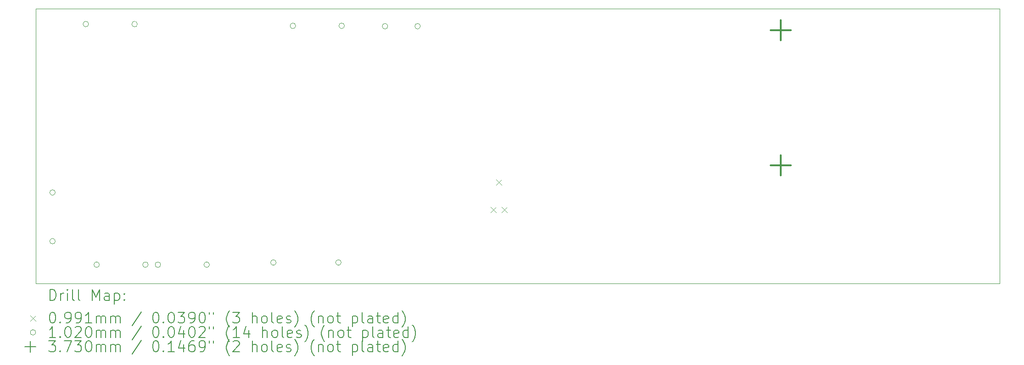
<source format=gbr>
%TF.GenerationSoftware,KiCad,Pcbnew,7.0.10*%
%TF.CreationDate,2024-07-22T15:52:14-07:00*%
%TF.ProjectId,LCP_Controller,4c43505f-436f-46e7-9472-6f6c6c65722e,rev?*%
%TF.SameCoordinates,Original*%
%TF.FileFunction,Drillmap*%
%TF.FilePolarity,Positive*%
%FSLAX45Y45*%
G04 Gerber Fmt 4.5, Leading zero omitted, Abs format (unit mm)*
G04 Created by KiCad (PCBNEW 7.0.10) date 2024-07-22 15:52:14*
%MOMM*%
%LPD*%
G01*
G04 APERTURE LIST*
%ADD10C,0.050000*%
%ADD11C,0.200000*%
%ADD12C,0.100000*%
%ADD13C,0.102000*%
%ADD14C,0.373000*%
G04 APERTURE END LIST*
D10*
X12700000Y-13970000D02*
X30480000Y-13970000D01*
X12700000Y-8890000D02*
X12700000Y-13970000D01*
X30480000Y-8890000D02*
X12700000Y-8890000D01*
X30480000Y-13970000D02*
X30480000Y-8890000D01*
D11*
D12*
X21088350Y-12559030D02*
X21187410Y-12658090D01*
X21187410Y-12559030D02*
X21088350Y-12658090D01*
X21189950Y-12051030D02*
X21289010Y-12150090D01*
X21289010Y-12051030D02*
X21189950Y-12150090D01*
X21291550Y-12559030D02*
X21390610Y-12658090D01*
X21390610Y-12559030D02*
X21291550Y-12658090D01*
D13*
X13057000Y-12290000D02*
G75*
G03*
X12955000Y-12290000I-51000J0D01*
G01*
X12955000Y-12290000D02*
G75*
G03*
X13057000Y-12290000I51000J0D01*
G01*
X13057000Y-13190000D02*
G75*
G03*
X12955000Y-13190000I-51000J0D01*
G01*
X12955000Y-13190000D02*
G75*
G03*
X13057000Y-13190000I51000J0D01*
G01*
X13671000Y-9176000D02*
G75*
G03*
X13569000Y-9176000I-51000J0D01*
G01*
X13569000Y-9176000D02*
G75*
G03*
X13671000Y-9176000I51000J0D01*
G01*
X13871000Y-13624000D02*
G75*
G03*
X13769000Y-13624000I-51000J0D01*
G01*
X13769000Y-13624000D02*
G75*
G03*
X13871000Y-13624000I51000J0D01*
G01*
X14571000Y-9176000D02*
G75*
G03*
X14469000Y-9176000I-51000J0D01*
G01*
X14469000Y-9176000D02*
G75*
G03*
X14571000Y-9176000I51000J0D01*
G01*
X14771000Y-13624000D02*
G75*
G03*
X14669000Y-13624000I-51000J0D01*
G01*
X14669000Y-13624000D02*
G75*
G03*
X14771000Y-13624000I51000J0D01*
G01*
X15001000Y-13624000D02*
G75*
G03*
X14899000Y-13624000I-51000J0D01*
G01*
X14899000Y-13624000D02*
G75*
G03*
X15001000Y-13624000I51000J0D01*
G01*
X15901000Y-13624000D02*
G75*
G03*
X15799000Y-13624000I-51000J0D01*
G01*
X15799000Y-13624000D02*
G75*
G03*
X15901000Y-13624000I51000J0D01*
G01*
X17131000Y-13584000D02*
G75*
G03*
X17029000Y-13584000I-51000J0D01*
G01*
X17029000Y-13584000D02*
G75*
G03*
X17131000Y-13584000I51000J0D01*
G01*
X17491000Y-9208000D02*
G75*
G03*
X17389000Y-9208000I-51000J0D01*
G01*
X17389000Y-9208000D02*
G75*
G03*
X17491000Y-9208000I51000J0D01*
G01*
X18331000Y-13584000D02*
G75*
G03*
X18229000Y-13584000I-51000J0D01*
G01*
X18229000Y-13584000D02*
G75*
G03*
X18331000Y-13584000I51000J0D01*
G01*
X18391000Y-9208000D02*
G75*
G03*
X18289000Y-9208000I-51000J0D01*
G01*
X18289000Y-9208000D02*
G75*
G03*
X18391000Y-9208000I51000J0D01*
G01*
X19191000Y-9216000D02*
G75*
G03*
X19089000Y-9216000I-51000J0D01*
G01*
X19089000Y-9216000D02*
G75*
G03*
X19191000Y-9216000I51000J0D01*
G01*
X19791000Y-9216000D02*
G75*
G03*
X19689000Y-9216000I-51000J0D01*
G01*
X19689000Y-9216000D02*
G75*
G03*
X19791000Y-9216000I51000J0D01*
G01*
D14*
X26438500Y-9103500D02*
X26438500Y-9476500D01*
X26252000Y-9290000D02*
X26625000Y-9290000D01*
X26438500Y-11603500D02*
X26438500Y-11976500D01*
X26252000Y-11790000D02*
X26625000Y-11790000D01*
D11*
X12958277Y-14283984D02*
X12958277Y-14083984D01*
X12958277Y-14083984D02*
X13005896Y-14083984D01*
X13005896Y-14083984D02*
X13034467Y-14093508D01*
X13034467Y-14093508D02*
X13053515Y-14112555D01*
X13053515Y-14112555D02*
X13063039Y-14131603D01*
X13063039Y-14131603D02*
X13072562Y-14169698D01*
X13072562Y-14169698D02*
X13072562Y-14198269D01*
X13072562Y-14198269D02*
X13063039Y-14236365D01*
X13063039Y-14236365D02*
X13053515Y-14255412D01*
X13053515Y-14255412D02*
X13034467Y-14274460D01*
X13034467Y-14274460D02*
X13005896Y-14283984D01*
X13005896Y-14283984D02*
X12958277Y-14283984D01*
X13158277Y-14283984D02*
X13158277Y-14150650D01*
X13158277Y-14188746D02*
X13167801Y-14169698D01*
X13167801Y-14169698D02*
X13177324Y-14160174D01*
X13177324Y-14160174D02*
X13196372Y-14150650D01*
X13196372Y-14150650D02*
X13215420Y-14150650D01*
X13282086Y-14283984D02*
X13282086Y-14150650D01*
X13282086Y-14083984D02*
X13272562Y-14093508D01*
X13272562Y-14093508D02*
X13282086Y-14103031D01*
X13282086Y-14103031D02*
X13291610Y-14093508D01*
X13291610Y-14093508D02*
X13282086Y-14083984D01*
X13282086Y-14083984D02*
X13282086Y-14103031D01*
X13405896Y-14283984D02*
X13386848Y-14274460D01*
X13386848Y-14274460D02*
X13377324Y-14255412D01*
X13377324Y-14255412D02*
X13377324Y-14083984D01*
X13510658Y-14283984D02*
X13491610Y-14274460D01*
X13491610Y-14274460D02*
X13482086Y-14255412D01*
X13482086Y-14255412D02*
X13482086Y-14083984D01*
X13739229Y-14283984D02*
X13739229Y-14083984D01*
X13739229Y-14083984D02*
X13805896Y-14226841D01*
X13805896Y-14226841D02*
X13872562Y-14083984D01*
X13872562Y-14083984D02*
X13872562Y-14283984D01*
X14053515Y-14283984D02*
X14053515Y-14179222D01*
X14053515Y-14179222D02*
X14043991Y-14160174D01*
X14043991Y-14160174D02*
X14024943Y-14150650D01*
X14024943Y-14150650D02*
X13986848Y-14150650D01*
X13986848Y-14150650D02*
X13967801Y-14160174D01*
X14053515Y-14274460D02*
X14034467Y-14283984D01*
X14034467Y-14283984D02*
X13986848Y-14283984D01*
X13986848Y-14283984D02*
X13967801Y-14274460D01*
X13967801Y-14274460D02*
X13958277Y-14255412D01*
X13958277Y-14255412D02*
X13958277Y-14236365D01*
X13958277Y-14236365D02*
X13967801Y-14217317D01*
X13967801Y-14217317D02*
X13986848Y-14207793D01*
X13986848Y-14207793D02*
X14034467Y-14207793D01*
X14034467Y-14207793D02*
X14053515Y-14198269D01*
X14148753Y-14150650D02*
X14148753Y-14350650D01*
X14148753Y-14160174D02*
X14167801Y-14150650D01*
X14167801Y-14150650D02*
X14205896Y-14150650D01*
X14205896Y-14150650D02*
X14224943Y-14160174D01*
X14224943Y-14160174D02*
X14234467Y-14169698D01*
X14234467Y-14169698D02*
X14243991Y-14188746D01*
X14243991Y-14188746D02*
X14243991Y-14245888D01*
X14243991Y-14245888D02*
X14234467Y-14264936D01*
X14234467Y-14264936D02*
X14224943Y-14274460D01*
X14224943Y-14274460D02*
X14205896Y-14283984D01*
X14205896Y-14283984D02*
X14167801Y-14283984D01*
X14167801Y-14283984D02*
X14148753Y-14274460D01*
X14329705Y-14264936D02*
X14339229Y-14274460D01*
X14339229Y-14274460D02*
X14329705Y-14283984D01*
X14329705Y-14283984D02*
X14320182Y-14274460D01*
X14320182Y-14274460D02*
X14329705Y-14264936D01*
X14329705Y-14264936D02*
X14329705Y-14283984D01*
X14329705Y-14160174D02*
X14339229Y-14169698D01*
X14339229Y-14169698D02*
X14329705Y-14179222D01*
X14329705Y-14179222D02*
X14320182Y-14169698D01*
X14320182Y-14169698D02*
X14329705Y-14160174D01*
X14329705Y-14160174D02*
X14329705Y-14179222D01*
D12*
X12598440Y-14562970D02*
X12697500Y-14662030D01*
X12697500Y-14562970D02*
X12598440Y-14662030D01*
D11*
X12996372Y-14503984D02*
X13015420Y-14503984D01*
X13015420Y-14503984D02*
X13034467Y-14513508D01*
X13034467Y-14513508D02*
X13043991Y-14523031D01*
X13043991Y-14523031D02*
X13053515Y-14542079D01*
X13053515Y-14542079D02*
X13063039Y-14580174D01*
X13063039Y-14580174D02*
X13063039Y-14627793D01*
X13063039Y-14627793D02*
X13053515Y-14665888D01*
X13053515Y-14665888D02*
X13043991Y-14684936D01*
X13043991Y-14684936D02*
X13034467Y-14694460D01*
X13034467Y-14694460D02*
X13015420Y-14703984D01*
X13015420Y-14703984D02*
X12996372Y-14703984D01*
X12996372Y-14703984D02*
X12977324Y-14694460D01*
X12977324Y-14694460D02*
X12967801Y-14684936D01*
X12967801Y-14684936D02*
X12958277Y-14665888D01*
X12958277Y-14665888D02*
X12948753Y-14627793D01*
X12948753Y-14627793D02*
X12948753Y-14580174D01*
X12948753Y-14580174D02*
X12958277Y-14542079D01*
X12958277Y-14542079D02*
X12967801Y-14523031D01*
X12967801Y-14523031D02*
X12977324Y-14513508D01*
X12977324Y-14513508D02*
X12996372Y-14503984D01*
X13148753Y-14684936D02*
X13158277Y-14694460D01*
X13158277Y-14694460D02*
X13148753Y-14703984D01*
X13148753Y-14703984D02*
X13139229Y-14694460D01*
X13139229Y-14694460D02*
X13148753Y-14684936D01*
X13148753Y-14684936D02*
X13148753Y-14703984D01*
X13253515Y-14703984D02*
X13291610Y-14703984D01*
X13291610Y-14703984D02*
X13310658Y-14694460D01*
X13310658Y-14694460D02*
X13320182Y-14684936D01*
X13320182Y-14684936D02*
X13339229Y-14656365D01*
X13339229Y-14656365D02*
X13348753Y-14618269D01*
X13348753Y-14618269D02*
X13348753Y-14542079D01*
X13348753Y-14542079D02*
X13339229Y-14523031D01*
X13339229Y-14523031D02*
X13329705Y-14513508D01*
X13329705Y-14513508D02*
X13310658Y-14503984D01*
X13310658Y-14503984D02*
X13272562Y-14503984D01*
X13272562Y-14503984D02*
X13253515Y-14513508D01*
X13253515Y-14513508D02*
X13243991Y-14523031D01*
X13243991Y-14523031D02*
X13234467Y-14542079D01*
X13234467Y-14542079D02*
X13234467Y-14589698D01*
X13234467Y-14589698D02*
X13243991Y-14608746D01*
X13243991Y-14608746D02*
X13253515Y-14618269D01*
X13253515Y-14618269D02*
X13272562Y-14627793D01*
X13272562Y-14627793D02*
X13310658Y-14627793D01*
X13310658Y-14627793D02*
X13329705Y-14618269D01*
X13329705Y-14618269D02*
X13339229Y-14608746D01*
X13339229Y-14608746D02*
X13348753Y-14589698D01*
X13443991Y-14703984D02*
X13482086Y-14703984D01*
X13482086Y-14703984D02*
X13501134Y-14694460D01*
X13501134Y-14694460D02*
X13510658Y-14684936D01*
X13510658Y-14684936D02*
X13529705Y-14656365D01*
X13529705Y-14656365D02*
X13539229Y-14618269D01*
X13539229Y-14618269D02*
X13539229Y-14542079D01*
X13539229Y-14542079D02*
X13529705Y-14523031D01*
X13529705Y-14523031D02*
X13520182Y-14513508D01*
X13520182Y-14513508D02*
X13501134Y-14503984D01*
X13501134Y-14503984D02*
X13463039Y-14503984D01*
X13463039Y-14503984D02*
X13443991Y-14513508D01*
X13443991Y-14513508D02*
X13434467Y-14523031D01*
X13434467Y-14523031D02*
X13424943Y-14542079D01*
X13424943Y-14542079D02*
X13424943Y-14589698D01*
X13424943Y-14589698D02*
X13434467Y-14608746D01*
X13434467Y-14608746D02*
X13443991Y-14618269D01*
X13443991Y-14618269D02*
X13463039Y-14627793D01*
X13463039Y-14627793D02*
X13501134Y-14627793D01*
X13501134Y-14627793D02*
X13520182Y-14618269D01*
X13520182Y-14618269D02*
X13529705Y-14608746D01*
X13529705Y-14608746D02*
X13539229Y-14589698D01*
X13729705Y-14703984D02*
X13615420Y-14703984D01*
X13672562Y-14703984D02*
X13672562Y-14503984D01*
X13672562Y-14503984D02*
X13653515Y-14532555D01*
X13653515Y-14532555D02*
X13634467Y-14551603D01*
X13634467Y-14551603D02*
X13615420Y-14561127D01*
X13815420Y-14703984D02*
X13815420Y-14570650D01*
X13815420Y-14589698D02*
X13824943Y-14580174D01*
X13824943Y-14580174D02*
X13843991Y-14570650D01*
X13843991Y-14570650D02*
X13872563Y-14570650D01*
X13872563Y-14570650D02*
X13891610Y-14580174D01*
X13891610Y-14580174D02*
X13901134Y-14599222D01*
X13901134Y-14599222D02*
X13901134Y-14703984D01*
X13901134Y-14599222D02*
X13910658Y-14580174D01*
X13910658Y-14580174D02*
X13929705Y-14570650D01*
X13929705Y-14570650D02*
X13958277Y-14570650D01*
X13958277Y-14570650D02*
X13977324Y-14580174D01*
X13977324Y-14580174D02*
X13986848Y-14599222D01*
X13986848Y-14599222D02*
X13986848Y-14703984D01*
X14082086Y-14703984D02*
X14082086Y-14570650D01*
X14082086Y-14589698D02*
X14091610Y-14580174D01*
X14091610Y-14580174D02*
X14110658Y-14570650D01*
X14110658Y-14570650D02*
X14139229Y-14570650D01*
X14139229Y-14570650D02*
X14158277Y-14580174D01*
X14158277Y-14580174D02*
X14167801Y-14599222D01*
X14167801Y-14599222D02*
X14167801Y-14703984D01*
X14167801Y-14599222D02*
X14177324Y-14580174D01*
X14177324Y-14580174D02*
X14196372Y-14570650D01*
X14196372Y-14570650D02*
X14224943Y-14570650D01*
X14224943Y-14570650D02*
X14243991Y-14580174D01*
X14243991Y-14580174D02*
X14253515Y-14599222D01*
X14253515Y-14599222D02*
X14253515Y-14703984D01*
X14643991Y-14494460D02*
X14472563Y-14751603D01*
X14901134Y-14503984D02*
X14920182Y-14503984D01*
X14920182Y-14503984D02*
X14939229Y-14513508D01*
X14939229Y-14513508D02*
X14948753Y-14523031D01*
X14948753Y-14523031D02*
X14958277Y-14542079D01*
X14958277Y-14542079D02*
X14967801Y-14580174D01*
X14967801Y-14580174D02*
X14967801Y-14627793D01*
X14967801Y-14627793D02*
X14958277Y-14665888D01*
X14958277Y-14665888D02*
X14948753Y-14684936D01*
X14948753Y-14684936D02*
X14939229Y-14694460D01*
X14939229Y-14694460D02*
X14920182Y-14703984D01*
X14920182Y-14703984D02*
X14901134Y-14703984D01*
X14901134Y-14703984D02*
X14882086Y-14694460D01*
X14882086Y-14694460D02*
X14872563Y-14684936D01*
X14872563Y-14684936D02*
X14863039Y-14665888D01*
X14863039Y-14665888D02*
X14853515Y-14627793D01*
X14853515Y-14627793D02*
X14853515Y-14580174D01*
X14853515Y-14580174D02*
X14863039Y-14542079D01*
X14863039Y-14542079D02*
X14872563Y-14523031D01*
X14872563Y-14523031D02*
X14882086Y-14513508D01*
X14882086Y-14513508D02*
X14901134Y-14503984D01*
X15053515Y-14684936D02*
X15063039Y-14694460D01*
X15063039Y-14694460D02*
X15053515Y-14703984D01*
X15053515Y-14703984D02*
X15043991Y-14694460D01*
X15043991Y-14694460D02*
X15053515Y-14684936D01*
X15053515Y-14684936D02*
X15053515Y-14703984D01*
X15186848Y-14503984D02*
X15205896Y-14503984D01*
X15205896Y-14503984D02*
X15224944Y-14513508D01*
X15224944Y-14513508D02*
X15234467Y-14523031D01*
X15234467Y-14523031D02*
X15243991Y-14542079D01*
X15243991Y-14542079D02*
X15253515Y-14580174D01*
X15253515Y-14580174D02*
X15253515Y-14627793D01*
X15253515Y-14627793D02*
X15243991Y-14665888D01*
X15243991Y-14665888D02*
X15234467Y-14684936D01*
X15234467Y-14684936D02*
X15224944Y-14694460D01*
X15224944Y-14694460D02*
X15205896Y-14703984D01*
X15205896Y-14703984D02*
X15186848Y-14703984D01*
X15186848Y-14703984D02*
X15167801Y-14694460D01*
X15167801Y-14694460D02*
X15158277Y-14684936D01*
X15158277Y-14684936D02*
X15148753Y-14665888D01*
X15148753Y-14665888D02*
X15139229Y-14627793D01*
X15139229Y-14627793D02*
X15139229Y-14580174D01*
X15139229Y-14580174D02*
X15148753Y-14542079D01*
X15148753Y-14542079D02*
X15158277Y-14523031D01*
X15158277Y-14523031D02*
X15167801Y-14513508D01*
X15167801Y-14513508D02*
X15186848Y-14503984D01*
X15320182Y-14503984D02*
X15443991Y-14503984D01*
X15443991Y-14503984D02*
X15377325Y-14580174D01*
X15377325Y-14580174D02*
X15405896Y-14580174D01*
X15405896Y-14580174D02*
X15424944Y-14589698D01*
X15424944Y-14589698D02*
X15434467Y-14599222D01*
X15434467Y-14599222D02*
X15443991Y-14618269D01*
X15443991Y-14618269D02*
X15443991Y-14665888D01*
X15443991Y-14665888D02*
X15434467Y-14684936D01*
X15434467Y-14684936D02*
X15424944Y-14694460D01*
X15424944Y-14694460D02*
X15405896Y-14703984D01*
X15405896Y-14703984D02*
X15348753Y-14703984D01*
X15348753Y-14703984D02*
X15329706Y-14694460D01*
X15329706Y-14694460D02*
X15320182Y-14684936D01*
X15539229Y-14703984D02*
X15577325Y-14703984D01*
X15577325Y-14703984D02*
X15596372Y-14694460D01*
X15596372Y-14694460D02*
X15605896Y-14684936D01*
X15605896Y-14684936D02*
X15624944Y-14656365D01*
X15624944Y-14656365D02*
X15634467Y-14618269D01*
X15634467Y-14618269D02*
X15634467Y-14542079D01*
X15634467Y-14542079D02*
X15624944Y-14523031D01*
X15624944Y-14523031D02*
X15615420Y-14513508D01*
X15615420Y-14513508D02*
X15596372Y-14503984D01*
X15596372Y-14503984D02*
X15558277Y-14503984D01*
X15558277Y-14503984D02*
X15539229Y-14513508D01*
X15539229Y-14513508D02*
X15529706Y-14523031D01*
X15529706Y-14523031D02*
X15520182Y-14542079D01*
X15520182Y-14542079D02*
X15520182Y-14589698D01*
X15520182Y-14589698D02*
X15529706Y-14608746D01*
X15529706Y-14608746D02*
X15539229Y-14618269D01*
X15539229Y-14618269D02*
X15558277Y-14627793D01*
X15558277Y-14627793D02*
X15596372Y-14627793D01*
X15596372Y-14627793D02*
X15615420Y-14618269D01*
X15615420Y-14618269D02*
X15624944Y-14608746D01*
X15624944Y-14608746D02*
X15634467Y-14589698D01*
X15758277Y-14503984D02*
X15777325Y-14503984D01*
X15777325Y-14503984D02*
X15796372Y-14513508D01*
X15796372Y-14513508D02*
X15805896Y-14523031D01*
X15805896Y-14523031D02*
X15815420Y-14542079D01*
X15815420Y-14542079D02*
X15824944Y-14580174D01*
X15824944Y-14580174D02*
X15824944Y-14627793D01*
X15824944Y-14627793D02*
X15815420Y-14665888D01*
X15815420Y-14665888D02*
X15805896Y-14684936D01*
X15805896Y-14684936D02*
X15796372Y-14694460D01*
X15796372Y-14694460D02*
X15777325Y-14703984D01*
X15777325Y-14703984D02*
X15758277Y-14703984D01*
X15758277Y-14703984D02*
X15739229Y-14694460D01*
X15739229Y-14694460D02*
X15729706Y-14684936D01*
X15729706Y-14684936D02*
X15720182Y-14665888D01*
X15720182Y-14665888D02*
X15710658Y-14627793D01*
X15710658Y-14627793D02*
X15710658Y-14580174D01*
X15710658Y-14580174D02*
X15720182Y-14542079D01*
X15720182Y-14542079D02*
X15729706Y-14523031D01*
X15729706Y-14523031D02*
X15739229Y-14513508D01*
X15739229Y-14513508D02*
X15758277Y-14503984D01*
X15901134Y-14503984D02*
X15901134Y-14542079D01*
X15977325Y-14503984D02*
X15977325Y-14542079D01*
X16272563Y-14780174D02*
X16263039Y-14770650D01*
X16263039Y-14770650D02*
X16243991Y-14742079D01*
X16243991Y-14742079D02*
X16234468Y-14723031D01*
X16234468Y-14723031D02*
X16224944Y-14694460D01*
X16224944Y-14694460D02*
X16215420Y-14646841D01*
X16215420Y-14646841D02*
X16215420Y-14608746D01*
X16215420Y-14608746D02*
X16224944Y-14561127D01*
X16224944Y-14561127D02*
X16234468Y-14532555D01*
X16234468Y-14532555D02*
X16243991Y-14513508D01*
X16243991Y-14513508D02*
X16263039Y-14484936D01*
X16263039Y-14484936D02*
X16272563Y-14475412D01*
X16329706Y-14503984D02*
X16453515Y-14503984D01*
X16453515Y-14503984D02*
X16386848Y-14580174D01*
X16386848Y-14580174D02*
X16415420Y-14580174D01*
X16415420Y-14580174D02*
X16434468Y-14589698D01*
X16434468Y-14589698D02*
X16443991Y-14599222D01*
X16443991Y-14599222D02*
X16453515Y-14618269D01*
X16453515Y-14618269D02*
X16453515Y-14665888D01*
X16453515Y-14665888D02*
X16443991Y-14684936D01*
X16443991Y-14684936D02*
X16434468Y-14694460D01*
X16434468Y-14694460D02*
X16415420Y-14703984D01*
X16415420Y-14703984D02*
X16358277Y-14703984D01*
X16358277Y-14703984D02*
X16339229Y-14694460D01*
X16339229Y-14694460D02*
X16329706Y-14684936D01*
X16691610Y-14703984D02*
X16691610Y-14503984D01*
X16777325Y-14703984D02*
X16777325Y-14599222D01*
X16777325Y-14599222D02*
X16767801Y-14580174D01*
X16767801Y-14580174D02*
X16748753Y-14570650D01*
X16748753Y-14570650D02*
X16720182Y-14570650D01*
X16720182Y-14570650D02*
X16701134Y-14580174D01*
X16701134Y-14580174D02*
X16691610Y-14589698D01*
X16901134Y-14703984D02*
X16882087Y-14694460D01*
X16882087Y-14694460D02*
X16872563Y-14684936D01*
X16872563Y-14684936D02*
X16863039Y-14665888D01*
X16863039Y-14665888D02*
X16863039Y-14608746D01*
X16863039Y-14608746D02*
X16872563Y-14589698D01*
X16872563Y-14589698D02*
X16882087Y-14580174D01*
X16882087Y-14580174D02*
X16901134Y-14570650D01*
X16901134Y-14570650D02*
X16929706Y-14570650D01*
X16929706Y-14570650D02*
X16948753Y-14580174D01*
X16948753Y-14580174D02*
X16958277Y-14589698D01*
X16958277Y-14589698D02*
X16967801Y-14608746D01*
X16967801Y-14608746D02*
X16967801Y-14665888D01*
X16967801Y-14665888D02*
X16958277Y-14684936D01*
X16958277Y-14684936D02*
X16948753Y-14694460D01*
X16948753Y-14694460D02*
X16929706Y-14703984D01*
X16929706Y-14703984D02*
X16901134Y-14703984D01*
X17082087Y-14703984D02*
X17063039Y-14694460D01*
X17063039Y-14694460D02*
X17053515Y-14675412D01*
X17053515Y-14675412D02*
X17053515Y-14503984D01*
X17234468Y-14694460D02*
X17215420Y-14703984D01*
X17215420Y-14703984D02*
X17177325Y-14703984D01*
X17177325Y-14703984D02*
X17158277Y-14694460D01*
X17158277Y-14694460D02*
X17148753Y-14675412D01*
X17148753Y-14675412D02*
X17148753Y-14599222D01*
X17148753Y-14599222D02*
X17158277Y-14580174D01*
X17158277Y-14580174D02*
X17177325Y-14570650D01*
X17177325Y-14570650D02*
X17215420Y-14570650D01*
X17215420Y-14570650D02*
X17234468Y-14580174D01*
X17234468Y-14580174D02*
X17243992Y-14599222D01*
X17243992Y-14599222D02*
X17243992Y-14618269D01*
X17243992Y-14618269D02*
X17148753Y-14637317D01*
X17320182Y-14694460D02*
X17339230Y-14703984D01*
X17339230Y-14703984D02*
X17377325Y-14703984D01*
X17377325Y-14703984D02*
X17396373Y-14694460D01*
X17396373Y-14694460D02*
X17405896Y-14675412D01*
X17405896Y-14675412D02*
X17405896Y-14665888D01*
X17405896Y-14665888D02*
X17396373Y-14646841D01*
X17396373Y-14646841D02*
X17377325Y-14637317D01*
X17377325Y-14637317D02*
X17348753Y-14637317D01*
X17348753Y-14637317D02*
X17329706Y-14627793D01*
X17329706Y-14627793D02*
X17320182Y-14608746D01*
X17320182Y-14608746D02*
X17320182Y-14599222D01*
X17320182Y-14599222D02*
X17329706Y-14580174D01*
X17329706Y-14580174D02*
X17348753Y-14570650D01*
X17348753Y-14570650D02*
X17377325Y-14570650D01*
X17377325Y-14570650D02*
X17396373Y-14580174D01*
X17472563Y-14780174D02*
X17482087Y-14770650D01*
X17482087Y-14770650D02*
X17501134Y-14742079D01*
X17501134Y-14742079D02*
X17510658Y-14723031D01*
X17510658Y-14723031D02*
X17520182Y-14694460D01*
X17520182Y-14694460D02*
X17529706Y-14646841D01*
X17529706Y-14646841D02*
X17529706Y-14608746D01*
X17529706Y-14608746D02*
X17520182Y-14561127D01*
X17520182Y-14561127D02*
X17510658Y-14532555D01*
X17510658Y-14532555D02*
X17501134Y-14513508D01*
X17501134Y-14513508D02*
X17482087Y-14484936D01*
X17482087Y-14484936D02*
X17472563Y-14475412D01*
X17834468Y-14780174D02*
X17824944Y-14770650D01*
X17824944Y-14770650D02*
X17805896Y-14742079D01*
X17805896Y-14742079D02*
X17796373Y-14723031D01*
X17796373Y-14723031D02*
X17786849Y-14694460D01*
X17786849Y-14694460D02*
X17777325Y-14646841D01*
X17777325Y-14646841D02*
X17777325Y-14608746D01*
X17777325Y-14608746D02*
X17786849Y-14561127D01*
X17786849Y-14561127D02*
X17796373Y-14532555D01*
X17796373Y-14532555D02*
X17805896Y-14513508D01*
X17805896Y-14513508D02*
X17824944Y-14484936D01*
X17824944Y-14484936D02*
X17834468Y-14475412D01*
X17910658Y-14570650D02*
X17910658Y-14703984D01*
X17910658Y-14589698D02*
X17920182Y-14580174D01*
X17920182Y-14580174D02*
X17939230Y-14570650D01*
X17939230Y-14570650D02*
X17967801Y-14570650D01*
X17967801Y-14570650D02*
X17986849Y-14580174D01*
X17986849Y-14580174D02*
X17996373Y-14599222D01*
X17996373Y-14599222D02*
X17996373Y-14703984D01*
X18120182Y-14703984D02*
X18101134Y-14694460D01*
X18101134Y-14694460D02*
X18091611Y-14684936D01*
X18091611Y-14684936D02*
X18082087Y-14665888D01*
X18082087Y-14665888D02*
X18082087Y-14608746D01*
X18082087Y-14608746D02*
X18091611Y-14589698D01*
X18091611Y-14589698D02*
X18101134Y-14580174D01*
X18101134Y-14580174D02*
X18120182Y-14570650D01*
X18120182Y-14570650D02*
X18148754Y-14570650D01*
X18148754Y-14570650D02*
X18167801Y-14580174D01*
X18167801Y-14580174D02*
X18177325Y-14589698D01*
X18177325Y-14589698D02*
X18186849Y-14608746D01*
X18186849Y-14608746D02*
X18186849Y-14665888D01*
X18186849Y-14665888D02*
X18177325Y-14684936D01*
X18177325Y-14684936D02*
X18167801Y-14694460D01*
X18167801Y-14694460D02*
X18148754Y-14703984D01*
X18148754Y-14703984D02*
X18120182Y-14703984D01*
X18243992Y-14570650D02*
X18320182Y-14570650D01*
X18272563Y-14503984D02*
X18272563Y-14675412D01*
X18272563Y-14675412D02*
X18282087Y-14694460D01*
X18282087Y-14694460D02*
X18301134Y-14703984D01*
X18301134Y-14703984D02*
X18320182Y-14703984D01*
X18539230Y-14570650D02*
X18539230Y-14770650D01*
X18539230Y-14580174D02*
X18558277Y-14570650D01*
X18558277Y-14570650D02*
X18596373Y-14570650D01*
X18596373Y-14570650D02*
X18615420Y-14580174D01*
X18615420Y-14580174D02*
X18624944Y-14589698D01*
X18624944Y-14589698D02*
X18634468Y-14608746D01*
X18634468Y-14608746D02*
X18634468Y-14665888D01*
X18634468Y-14665888D02*
X18624944Y-14684936D01*
X18624944Y-14684936D02*
X18615420Y-14694460D01*
X18615420Y-14694460D02*
X18596373Y-14703984D01*
X18596373Y-14703984D02*
X18558277Y-14703984D01*
X18558277Y-14703984D02*
X18539230Y-14694460D01*
X18748754Y-14703984D02*
X18729706Y-14694460D01*
X18729706Y-14694460D02*
X18720182Y-14675412D01*
X18720182Y-14675412D02*
X18720182Y-14503984D01*
X18910658Y-14703984D02*
X18910658Y-14599222D01*
X18910658Y-14599222D02*
X18901135Y-14580174D01*
X18901135Y-14580174D02*
X18882087Y-14570650D01*
X18882087Y-14570650D02*
X18843992Y-14570650D01*
X18843992Y-14570650D02*
X18824944Y-14580174D01*
X18910658Y-14694460D02*
X18891611Y-14703984D01*
X18891611Y-14703984D02*
X18843992Y-14703984D01*
X18843992Y-14703984D02*
X18824944Y-14694460D01*
X18824944Y-14694460D02*
X18815420Y-14675412D01*
X18815420Y-14675412D02*
X18815420Y-14656365D01*
X18815420Y-14656365D02*
X18824944Y-14637317D01*
X18824944Y-14637317D02*
X18843992Y-14627793D01*
X18843992Y-14627793D02*
X18891611Y-14627793D01*
X18891611Y-14627793D02*
X18910658Y-14618269D01*
X18977325Y-14570650D02*
X19053515Y-14570650D01*
X19005896Y-14503984D02*
X19005896Y-14675412D01*
X19005896Y-14675412D02*
X19015420Y-14694460D01*
X19015420Y-14694460D02*
X19034468Y-14703984D01*
X19034468Y-14703984D02*
X19053515Y-14703984D01*
X19196373Y-14694460D02*
X19177325Y-14703984D01*
X19177325Y-14703984D02*
X19139230Y-14703984D01*
X19139230Y-14703984D02*
X19120182Y-14694460D01*
X19120182Y-14694460D02*
X19110658Y-14675412D01*
X19110658Y-14675412D02*
X19110658Y-14599222D01*
X19110658Y-14599222D02*
X19120182Y-14580174D01*
X19120182Y-14580174D02*
X19139230Y-14570650D01*
X19139230Y-14570650D02*
X19177325Y-14570650D01*
X19177325Y-14570650D02*
X19196373Y-14580174D01*
X19196373Y-14580174D02*
X19205896Y-14599222D01*
X19205896Y-14599222D02*
X19205896Y-14618269D01*
X19205896Y-14618269D02*
X19110658Y-14637317D01*
X19377325Y-14703984D02*
X19377325Y-14503984D01*
X19377325Y-14694460D02*
X19358277Y-14703984D01*
X19358277Y-14703984D02*
X19320182Y-14703984D01*
X19320182Y-14703984D02*
X19301135Y-14694460D01*
X19301135Y-14694460D02*
X19291611Y-14684936D01*
X19291611Y-14684936D02*
X19282087Y-14665888D01*
X19282087Y-14665888D02*
X19282087Y-14608746D01*
X19282087Y-14608746D02*
X19291611Y-14589698D01*
X19291611Y-14589698D02*
X19301135Y-14580174D01*
X19301135Y-14580174D02*
X19320182Y-14570650D01*
X19320182Y-14570650D02*
X19358277Y-14570650D01*
X19358277Y-14570650D02*
X19377325Y-14580174D01*
X19453516Y-14780174D02*
X19463039Y-14770650D01*
X19463039Y-14770650D02*
X19482087Y-14742079D01*
X19482087Y-14742079D02*
X19491611Y-14723031D01*
X19491611Y-14723031D02*
X19501135Y-14694460D01*
X19501135Y-14694460D02*
X19510658Y-14646841D01*
X19510658Y-14646841D02*
X19510658Y-14608746D01*
X19510658Y-14608746D02*
X19501135Y-14561127D01*
X19501135Y-14561127D02*
X19491611Y-14532555D01*
X19491611Y-14532555D02*
X19482087Y-14513508D01*
X19482087Y-14513508D02*
X19463039Y-14484936D01*
X19463039Y-14484936D02*
X19453516Y-14475412D01*
D13*
X12697500Y-14876500D02*
G75*
G03*
X12595500Y-14876500I-51000J0D01*
G01*
X12595500Y-14876500D02*
G75*
G03*
X12697500Y-14876500I51000J0D01*
G01*
D11*
X13063039Y-14967984D02*
X12948753Y-14967984D01*
X13005896Y-14967984D02*
X13005896Y-14767984D01*
X13005896Y-14767984D02*
X12986848Y-14796555D01*
X12986848Y-14796555D02*
X12967801Y-14815603D01*
X12967801Y-14815603D02*
X12948753Y-14825127D01*
X13148753Y-14948936D02*
X13158277Y-14958460D01*
X13158277Y-14958460D02*
X13148753Y-14967984D01*
X13148753Y-14967984D02*
X13139229Y-14958460D01*
X13139229Y-14958460D02*
X13148753Y-14948936D01*
X13148753Y-14948936D02*
X13148753Y-14967984D01*
X13282086Y-14767984D02*
X13301134Y-14767984D01*
X13301134Y-14767984D02*
X13320182Y-14777508D01*
X13320182Y-14777508D02*
X13329705Y-14787031D01*
X13329705Y-14787031D02*
X13339229Y-14806079D01*
X13339229Y-14806079D02*
X13348753Y-14844174D01*
X13348753Y-14844174D02*
X13348753Y-14891793D01*
X13348753Y-14891793D02*
X13339229Y-14929888D01*
X13339229Y-14929888D02*
X13329705Y-14948936D01*
X13329705Y-14948936D02*
X13320182Y-14958460D01*
X13320182Y-14958460D02*
X13301134Y-14967984D01*
X13301134Y-14967984D02*
X13282086Y-14967984D01*
X13282086Y-14967984D02*
X13263039Y-14958460D01*
X13263039Y-14958460D02*
X13253515Y-14948936D01*
X13253515Y-14948936D02*
X13243991Y-14929888D01*
X13243991Y-14929888D02*
X13234467Y-14891793D01*
X13234467Y-14891793D02*
X13234467Y-14844174D01*
X13234467Y-14844174D02*
X13243991Y-14806079D01*
X13243991Y-14806079D02*
X13253515Y-14787031D01*
X13253515Y-14787031D02*
X13263039Y-14777508D01*
X13263039Y-14777508D02*
X13282086Y-14767984D01*
X13424943Y-14787031D02*
X13434467Y-14777508D01*
X13434467Y-14777508D02*
X13453515Y-14767984D01*
X13453515Y-14767984D02*
X13501134Y-14767984D01*
X13501134Y-14767984D02*
X13520182Y-14777508D01*
X13520182Y-14777508D02*
X13529705Y-14787031D01*
X13529705Y-14787031D02*
X13539229Y-14806079D01*
X13539229Y-14806079D02*
X13539229Y-14825127D01*
X13539229Y-14825127D02*
X13529705Y-14853698D01*
X13529705Y-14853698D02*
X13415420Y-14967984D01*
X13415420Y-14967984D02*
X13539229Y-14967984D01*
X13663039Y-14767984D02*
X13682086Y-14767984D01*
X13682086Y-14767984D02*
X13701134Y-14777508D01*
X13701134Y-14777508D02*
X13710658Y-14787031D01*
X13710658Y-14787031D02*
X13720182Y-14806079D01*
X13720182Y-14806079D02*
X13729705Y-14844174D01*
X13729705Y-14844174D02*
X13729705Y-14891793D01*
X13729705Y-14891793D02*
X13720182Y-14929888D01*
X13720182Y-14929888D02*
X13710658Y-14948936D01*
X13710658Y-14948936D02*
X13701134Y-14958460D01*
X13701134Y-14958460D02*
X13682086Y-14967984D01*
X13682086Y-14967984D02*
X13663039Y-14967984D01*
X13663039Y-14967984D02*
X13643991Y-14958460D01*
X13643991Y-14958460D02*
X13634467Y-14948936D01*
X13634467Y-14948936D02*
X13624943Y-14929888D01*
X13624943Y-14929888D02*
X13615420Y-14891793D01*
X13615420Y-14891793D02*
X13615420Y-14844174D01*
X13615420Y-14844174D02*
X13624943Y-14806079D01*
X13624943Y-14806079D02*
X13634467Y-14787031D01*
X13634467Y-14787031D02*
X13643991Y-14777508D01*
X13643991Y-14777508D02*
X13663039Y-14767984D01*
X13815420Y-14967984D02*
X13815420Y-14834650D01*
X13815420Y-14853698D02*
X13824943Y-14844174D01*
X13824943Y-14844174D02*
X13843991Y-14834650D01*
X13843991Y-14834650D02*
X13872563Y-14834650D01*
X13872563Y-14834650D02*
X13891610Y-14844174D01*
X13891610Y-14844174D02*
X13901134Y-14863222D01*
X13901134Y-14863222D02*
X13901134Y-14967984D01*
X13901134Y-14863222D02*
X13910658Y-14844174D01*
X13910658Y-14844174D02*
X13929705Y-14834650D01*
X13929705Y-14834650D02*
X13958277Y-14834650D01*
X13958277Y-14834650D02*
X13977324Y-14844174D01*
X13977324Y-14844174D02*
X13986848Y-14863222D01*
X13986848Y-14863222D02*
X13986848Y-14967984D01*
X14082086Y-14967984D02*
X14082086Y-14834650D01*
X14082086Y-14853698D02*
X14091610Y-14844174D01*
X14091610Y-14844174D02*
X14110658Y-14834650D01*
X14110658Y-14834650D02*
X14139229Y-14834650D01*
X14139229Y-14834650D02*
X14158277Y-14844174D01*
X14158277Y-14844174D02*
X14167801Y-14863222D01*
X14167801Y-14863222D02*
X14167801Y-14967984D01*
X14167801Y-14863222D02*
X14177324Y-14844174D01*
X14177324Y-14844174D02*
X14196372Y-14834650D01*
X14196372Y-14834650D02*
X14224943Y-14834650D01*
X14224943Y-14834650D02*
X14243991Y-14844174D01*
X14243991Y-14844174D02*
X14253515Y-14863222D01*
X14253515Y-14863222D02*
X14253515Y-14967984D01*
X14643991Y-14758460D02*
X14472563Y-15015603D01*
X14901134Y-14767984D02*
X14920182Y-14767984D01*
X14920182Y-14767984D02*
X14939229Y-14777508D01*
X14939229Y-14777508D02*
X14948753Y-14787031D01*
X14948753Y-14787031D02*
X14958277Y-14806079D01*
X14958277Y-14806079D02*
X14967801Y-14844174D01*
X14967801Y-14844174D02*
X14967801Y-14891793D01*
X14967801Y-14891793D02*
X14958277Y-14929888D01*
X14958277Y-14929888D02*
X14948753Y-14948936D01*
X14948753Y-14948936D02*
X14939229Y-14958460D01*
X14939229Y-14958460D02*
X14920182Y-14967984D01*
X14920182Y-14967984D02*
X14901134Y-14967984D01*
X14901134Y-14967984D02*
X14882086Y-14958460D01*
X14882086Y-14958460D02*
X14872563Y-14948936D01*
X14872563Y-14948936D02*
X14863039Y-14929888D01*
X14863039Y-14929888D02*
X14853515Y-14891793D01*
X14853515Y-14891793D02*
X14853515Y-14844174D01*
X14853515Y-14844174D02*
X14863039Y-14806079D01*
X14863039Y-14806079D02*
X14872563Y-14787031D01*
X14872563Y-14787031D02*
X14882086Y-14777508D01*
X14882086Y-14777508D02*
X14901134Y-14767984D01*
X15053515Y-14948936D02*
X15063039Y-14958460D01*
X15063039Y-14958460D02*
X15053515Y-14967984D01*
X15053515Y-14967984D02*
X15043991Y-14958460D01*
X15043991Y-14958460D02*
X15053515Y-14948936D01*
X15053515Y-14948936D02*
X15053515Y-14967984D01*
X15186848Y-14767984D02*
X15205896Y-14767984D01*
X15205896Y-14767984D02*
X15224944Y-14777508D01*
X15224944Y-14777508D02*
X15234467Y-14787031D01*
X15234467Y-14787031D02*
X15243991Y-14806079D01*
X15243991Y-14806079D02*
X15253515Y-14844174D01*
X15253515Y-14844174D02*
X15253515Y-14891793D01*
X15253515Y-14891793D02*
X15243991Y-14929888D01*
X15243991Y-14929888D02*
X15234467Y-14948936D01*
X15234467Y-14948936D02*
X15224944Y-14958460D01*
X15224944Y-14958460D02*
X15205896Y-14967984D01*
X15205896Y-14967984D02*
X15186848Y-14967984D01*
X15186848Y-14967984D02*
X15167801Y-14958460D01*
X15167801Y-14958460D02*
X15158277Y-14948936D01*
X15158277Y-14948936D02*
X15148753Y-14929888D01*
X15148753Y-14929888D02*
X15139229Y-14891793D01*
X15139229Y-14891793D02*
X15139229Y-14844174D01*
X15139229Y-14844174D02*
X15148753Y-14806079D01*
X15148753Y-14806079D02*
X15158277Y-14787031D01*
X15158277Y-14787031D02*
X15167801Y-14777508D01*
X15167801Y-14777508D02*
X15186848Y-14767984D01*
X15424944Y-14834650D02*
X15424944Y-14967984D01*
X15377325Y-14758460D02*
X15329706Y-14901317D01*
X15329706Y-14901317D02*
X15453515Y-14901317D01*
X15567801Y-14767984D02*
X15586848Y-14767984D01*
X15586848Y-14767984D02*
X15605896Y-14777508D01*
X15605896Y-14777508D02*
X15615420Y-14787031D01*
X15615420Y-14787031D02*
X15624944Y-14806079D01*
X15624944Y-14806079D02*
X15634467Y-14844174D01*
X15634467Y-14844174D02*
X15634467Y-14891793D01*
X15634467Y-14891793D02*
X15624944Y-14929888D01*
X15624944Y-14929888D02*
X15615420Y-14948936D01*
X15615420Y-14948936D02*
X15605896Y-14958460D01*
X15605896Y-14958460D02*
X15586848Y-14967984D01*
X15586848Y-14967984D02*
X15567801Y-14967984D01*
X15567801Y-14967984D02*
X15548753Y-14958460D01*
X15548753Y-14958460D02*
X15539229Y-14948936D01*
X15539229Y-14948936D02*
X15529706Y-14929888D01*
X15529706Y-14929888D02*
X15520182Y-14891793D01*
X15520182Y-14891793D02*
X15520182Y-14844174D01*
X15520182Y-14844174D02*
X15529706Y-14806079D01*
X15529706Y-14806079D02*
X15539229Y-14787031D01*
X15539229Y-14787031D02*
X15548753Y-14777508D01*
X15548753Y-14777508D02*
X15567801Y-14767984D01*
X15710658Y-14787031D02*
X15720182Y-14777508D01*
X15720182Y-14777508D02*
X15739229Y-14767984D01*
X15739229Y-14767984D02*
X15786848Y-14767984D01*
X15786848Y-14767984D02*
X15805896Y-14777508D01*
X15805896Y-14777508D02*
X15815420Y-14787031D01*
X15815420Y-14787031D02*
X15824944Y-14806079D01*
X15824944Y-14806079D02*
X15824944Y-14825127D01*
X15824944Y-14825127D02*
X15815420Y-14853698D01*
X15815420Y-14853698D02*
X15701134Y-14967984D01*
X15701134Y-14967984D02*
X15824944Y-14967984D01*
X15901134Y-14767984D02*
X15901134Y-14806079D01*
X15977325Y-14767984D02*
X15977325Y-14806079D01*
X16272563Y-15044174D02*
X16263039Y-15034650D01*
X16263039Y-15034650D02*
X16243991Y-15006079D01*
X16243991Y-15006079D02*
X16234468Y-14987031D01*
X16234468Y-14987031D02*
X16224944Y-14958460D01*
X16224944Y-14958460D02*
X16215420Y-14910841D01*
X16215420Y-14910841D02*
X16215420Y-14872746D01*
X16215420Y-14872746D02*
X16224944Y-14825127D01*
X16224944Y-14825127D02*
X16234468Y-14796555D01*
X16234468Y-14796555D02*
X16243991Y-14777508D01*
X16243991Y-14777508D02*
X16263039Y-14748936D01*
X16263039Y-14748936D02*
X16272563Y-14739412D01*
X16453515Y-14967984D02*
X16339229Y-14967984D01*
X16396372Y-14967984D02*
X16396372Y-14767984D01*
X16396372Y-14767984D02*
X16377325Y-14796555D01*
X16377325Y-14796555D02*
X16358277Y-14815603D01*
X16358277Y-14815603D02*
X16339229Y-14825127D01*
X16624944Y-14834650D02*
X16624944Y-14967984D01*
X16577325Y-14758460D02*
X16529706Y-14901317D01*
X16529706Y-14901317D02*
X16653515Y-14901317D01*
X16882087Y-14967984D02*
X16882087Y-14767984D01*
X16967801Y-14967984D02*
X16967801Y-14863222D01*
X16967801Y-14863222D02*
X16958277Y-14844174D01*
X16958277Y-14844174D02*
X16939230Y-14834650D01*
X16939230Y-14834650D02*
X16910658Y-14834650D01*
X16910658Y-14834650D02*
X16891611Y-14844174D01*
X16891611Y-14844174D02*
X16882087Y-14853698D01*
X17091611Y-14967984D02*
X17072563Y-14958460D01*
X17072563Y-14958460D02*
X17063039Y-14948936D01*
X17063039Y-14948936D02*
X17053515Y-14929888D01*
X17053515Y-14929888D02*
X17053515Y-14872746D01*
X17053515Y-14872746D02*
X17063039Y-14853698D01*
X17063039Y-14853698D02*
X17072563Y-14844174D01*
X17072563Y-14844174D02*
X17091611Y-14834650D01*
X17091611Y-14834650D02*
X17120182Y-14834650D01*
X17120182Y-14834650D02*
X17139230Y-14844174D01*
X17139230Y-14844174D02*
X17148753Y-14853698D01*
X17148753Y-14853698D02*
X17158277Y-14872746D01*
X17158277Y-14872746D02*
X17158277Y-14929888D01*
X17158277Y-14929888D02*
X17148753Y-14948936D01*
X17148753Y-14948936D02*
X17139230Y-14958460D01*
X17139230Y-14958460D02*
X17120182Y-14967984D01*
X17120182Y-14967984D02*
X17091611Y-14967984D01*
X17272563Y-14967984D02*
X17253515Y-14958460D01*
X17253515Y-14958460D02*
X17243992Y-14939412D01*
X17243992Y-14939412D02*
X17243992Y-14767984D01*
X17424944Y-14958460D02*
X17405896Y-14967984D01*
X17405896Y-14967984D02*
X17367801Y-14967984D01*
X17367801Y-14967984D02*
X17348753Y-14958460D01*
X17348753Y-14958460D02*
X17339230Y-14939412D01*
X17339230Y-14939412D02*
X17339230Y-14863222D01*
X17339230Y-14863222D02*
X17348753Y-14844174D01*
X17348753Y-14844174D02*
X17367801Y-14834650D01*
X17367801Y-14834650D02*
X17405896Y-14834650D01*
X17405896Y-14834650D02*
X17424944Y-14844174D01*
X17424944Y-14844174D02*
X17434468Y-14863222D01*
X17434468Y-14863222D02*
X17434468Y-14882269D01*
X17434468Y-14882269D02*
X17339230Y-14901317D01*
X17510658Y-14958460D02*
X17529706Y-14967984D01*
X17529706Y-14967984D02*
X17567801Y-14967984D01*
X17567801Y-14967984D02*
X17586849Y-14958460D01*
X17586849Y-14958460D02*
X17596373Y-14939412D01*
X17596373Y-14939412D02*
X17596373Y-14929888D01*
X17596373Y-14929888D02*
X17586849Y-14910841D01*
X17586849Y-14910841D02*
X17567801Y-14901317D01*
X17567801Y-14901317D02*
X17539230Y-14901317D01*
X17539230Y-14901317D02*
X17520182Y-14891793D01*
X17520182Y-14891793D02*
X17510658Y-14872746D01*
X17510658Y-14872746D02*
X17510658Y-14863222D01*
X17510658Y-14863222D02*
X17520182Y-14844174D01*
X17520182Y-14844174D02*
X17539230Y-14834650D01*
X17539230Y-14834650D02*
X17567801Y-14834650D01*
X17567801Y-14834650D02*
X17586849Y-14844174D01*
X17663039Y-15044174D02*
X17672563Y-15034650D01*
X17672563Y-15034650D02*
X17691611Y-15006079D01*
X17691611Y-15006079D02*
X17701134Y-14987031D01*
X17701134Y-14987031D02*
X17710658Y-14958460D01*
X17710658Y-14958460D02*
X17720182Y-14910841D01*
X17720182Y-14910841D02*
X17720182Y-14872746D01*
X17720182Y-14872746D02*
X17710658Y-14825127D01*
X17710658Y-14825127D02*
X17701134Y-14796555D01*
X17701134Y-14796555D02*
X17691611Y-14777508D01*
X17691611Y-14777508D02*
X17672563Y-14748936D01*
X17672563Y-14748936D02*
X17663039Y-14739412D01*
X18024944Y-15044174D02*
X18015420Y-15034650D01*
X18015420Y-15034650D02*
X17996373Y-15006079D01*
X17996373Y-15006079D02*
X17986849Y-14987031D01*
X17986849Y-14987031D02*
X17977325Y-14958460D01*
X17977325Y-14958460D02*
X17967801Y-14910841D01*
X17967801Y-14910841D02*
X17967801Y-14872746D01*
X17967801Y-14872746D02*
X17977325Y-14825127D01*
X17977325Y-14825127D02*
X17986849Y-14796555D01*
X17986849Y-14796555D02*
X17996373Y-14777508D01*
X17996373Y-14777508D02*
X18015420Y-14748936D01*
X18015420Y-14748936D02*
X18024944Y-14739412D01*
X18101134Y-14834650D02*
X18101134Y-14967984D01*
X18101134Y-14853698D02*
X18110658Y-14844174D01*
X18110658Y-14844174D02*
X18129706Y-14834650D01*
X18129706Y-14834650D02*
X18158277Y-14834650D01*
X18158277Y-14834650D02*
X18177325Y-14844174D01*
X18177325Y-14844174D02*
X18186849Y-14863222D01*
X18186849Y-14863222D02*
X18186849Y-14967984D01*
X18310658Y-14967984D02*
X18291611Y-14958460D01*
X18291611Y-14958460D02*
X18282087Y-14948936D01*
X18282087Y-14948936D02*
X18272563Y-14929888D01*
X18272563Y-14929888D02*
X18272563Y-14872746D01*
X18272563Y-14872746D02*
X18282087Y-14853698D01*
X18282087Y-14853698D02*
X18291611Y-14844174D01*
X18291611Y-14844174D02*
X18310658Y-14834650D01*
X18310658Y-14834650D02*
X18339230Y-14834650D01*
X18339230Y-14834650D02*
X18358277Y-14844174D01*
X18358277Y-14844174D02*
X18367801Y-14853698D01*
X18367801Y-14853698D02*
X18377325Y-14872746D01*
X18377325Y-14872746D02*
X18377325Y-14929888D01*
X18377325Y-14929888D02*
X18367801Y-14948936D01*
X18367801Y-14948936D02*
X18358277Y-14958460D01*
X18358277Y-14958460D02*
X18339230Y-14967984D01*
X18339230Y-14967984D02*
X18310658Y-14967984D01*
X18434468Y-14834650D02*
X18510658Y-14834650D01*
X18463039Y-14767984D02*
X18463039Y-14939412D01*
X18463039Y-14939412D02*
X18472563Y-14958460D01*
X18472563Y-14958460D02*
X18491611Y-14967984D01*
X18491611Y-14967984D02*
X18510658Y-14967984D01*
X18729706Y-14834650D02*
X18729706Y-15034650D01*
X18729706Y-14844174D02*
X18748754Y-14834650D01*
X18748754Y-14834650D02*
X18786849Y-14834650D01*
X18786849Y-14834650D02*
X18805896Y-14844174D01*
X18805896Y-14844174D02*
X18815420Y-14853698D01*
X18815420Y-14853698D02*
X18824944Y-14872746D01*
X18824944Y-14872746D02*
X18824944Y-14929888D01*
X18824944Y-14929888D02*
X18815420Y-14948936D01*
X18815420Y-14948936D02*
X18805896Y-14958460D01*
X18805896Y-14958460D02*
X18786849Y-14967984D01*
X18786849Y-14967984D02*
X18748754Y-14967984D01*
X18748754Y-14967984D02*
X18729706Y-14958460D01*
X18939230Y-14967984D02*
X18920182Y-14958460D01*
X18920182Y-14958460D02*
X18910658Y-14939412D01*
X18910658Y-14939412D02*
X18910658Y-14767984D01*
X19101135Y-14967984D02*
X19101135Y-14863222D01*
X19101135Y-14863222D02*
X19091611Y-14844174D01*
X19091611Y-14844174D02*
X19072563Y-14834650D01*
X19072563Y-14834650D02*
X19034468Y-14834650D01*
X19034468Y-14834650D02*
X19015420Y-14844174D01*
X19101135Y-14958460D02*
X19082087Y-14967984D01*
X19082087Y-14967984D02*
X19034468Y-14967984D01*
X19034468Y-14967984D02*
X19015420Y-14958460D01*
X19015420Y-14958460D02*
X19005896Y-14939412D01*
X19005896Y-14939412D02*
X19005896Y-14920365D01*
X19005896Y-14920365D02*
X19015420Y-14901317D01*
X19015420Y-14901317D02*
X19034468Y-14891793D01*
X19034468Y-14891793D02*
X19082087Y-14891793D01*
X19082087Y-14891793D02*
X19101135Y-14882269D01*
X19167801Y-14834650D02*
X19243992Y-14834650D01*
X19196373Y-14767984D02*
X19196373Y-14939412D01*
X19196373Y-14939412D02*
X19205896Y-14958460D01*
X19205896Y-14958460D02*
X19224944Y-14967984D01*
X19224944Y-14967984D02*
X19243992Y-14967984D01*
X19386849Y-14958460D02*
X19367801Y-14967984D01*
X19367801Y-14967984D02*
X19329706Y-14967984D01*
X19329706Y-14967984D02*
X19310658Y-14958460D01*
X19310658Y-14958460D02*
X19301135Y-14939412D01*
X19301135Y-14939412D02*
X19301135Y-14863222D01*
X19301135Y-14863222D02*
X19310658Y-14844174D01*
X19310658Y-14844174D02*
X19329706Y-14834650D01*
X19329706Y-14834650D02*
X19367801Y-14834650D01*
X19367801Y-14834650D02*
X19386849Y-14844174D01*
X19386849Y-14844174D02*
X19396373Y-14863222D01*
X19396373Y-14863222D02*
X19396373Y-14882269D01*
X19396373Y-14882269D02*
X19301135Y-14901317D01*
X19567801Y-14967984D02*
X19567801Y-14767984D01*
X19567801Y-14958460D02*
X19548754Y-14967984D01*
X19548754Y-14967984D02*
X19510658Y-14967984D01*
X19510658Y-14967984D02*
X19491611Y-14958460D01*
X19491611Y-14958460D02*
X19482087Y-14948936D01*
X19482087Y-14948936D02*
X19472563Y-14929888D01*
X19472563Y-14929888D02*
X19472563Y-14872746D01*
X19472563Y-14872746D02*
X19482087Y-14853698D01*
X19482087Y-14853698D02*
X19491611Y-14844174D01*
X19491611Y-14844174D02*
X19510658Y-14834650D01*
X19510658Y-14834650D02*
X19548754Y-14834650D01*
X19548754Y-14834650D02*
X19567801Y-14844174D01*
X19643992Y-15044174D02*
X19653516Y-15034650D01*
X19653516Y-15034650D02*
X19672563Y-15006079D01*
X19672563Y-15006079D02*
X19682087Y-14987031D01*
X19682087Y-14987031D02*
X19691611Y-14958460D01*
X19691611Y-14958460D02*
X19701135Y-14910841D01*
X19701135Y-14910841D02*
X19701135Y-14872746D01*
X19701135Y-14872746D02*
X19691611Y-14825127D01*
X19691611Y-14825127D02*
X19682087Y-14796555D01*
X19682087Y-14796555D02*
X19672563Y-14777508D01*
X19672563Y-14777508D02*
X19653516Y-14748936D01*
X19653516Y-14748936D02*
X19643992Y-14739412D01*
X12597500Y-15040500D02*
X12597500Y-15240500D01*
X12497500Y-15140500D02*
X12697500Y-15140500D01*
X12939229Y-15031984D02*
X13063039Y-15031984D01*
X13063039Y-15031984D02*
X12996372Y-15108174D01*
X12996372Y-15108174D02*
X13024943Y-15108174D01*
X13024943Y-15108174D02*
X13043991Y-15117698D01*
X13043991Y-15117698D02*
X13053515Y-15127222D01*
X13053515Y-15127222D02*
X13063039Y-15146269D01*
X13063039Y-15146269D02*
X13063039Y-15193888D01*
X13063039Y-15193888D02*
X13053515Y-15212936D01*
X13053515Y-15212936D02*
X13043991Y-15222460D01*
X13043991Y-15222460D02*
X13024943Y-15231984D01*
X13024943Y-15231984D02*
X12967801Y-15231984D01*
X12967801Y-15231984D02*
X12948753Y-15222460D01*
X12948753Y-15222460D02*
X12939229Y-15212936D01*
X13148753Y-15212936D02*
X13158277Y-15222460D01*
X13158277Y-15222460D02*
X13148753Y-15231984D01*
X13148753Y-15231984D02*
X13139229Y-15222460D01*
X13139229Y-15222460D02*
X13148753Y-15212936D01*
X13148753Y-15212936D02*
X13148753Y-15231984D01*
X13224943Y-15031984D02*
X13358277Y-15031984D01*
X13358277Y-15031984D02*
X13272562Y-15231984D01*
X13415420Y-15031984D02*
X13539229Y-15031984D01*
X13539229Y-15031984D02*
X13472562Y-15108174D01*
X13472562Y-15108174D02*
X13501134Y-15108174D01*
X13501134Y-15108174D02*
X13520182Y-15117698D01*
X13520182Y-15117698D02*
X13529705Y-15127222D01*
X13529705Y-15127222D02*
X13539229Y-15146269D01*
X13539229Y-15146269D02*
X13539229Y-15193888D01*
X13539229Y-15193888D02*
X13529705Y-15212936D01*
X13529705Y-15212936D02*
X13520182Y-15222460D01*
X13520182Y-15222460D02*
X13501134Y-15231984D01*
X13501134Y-15231984D02*
X13443991Y-15231984D01*
X13443991Y-15231984D02*
X13424943Y-15222460D01*
X13424943Y-15222460D02*
X13415420Y-15212936D01*
X13663039Y-15031984D02*
X13682086Y-15031984D01*
X13682086Y-15031984D02*
X13701134Y-15041508D01*
X13701134Y-15041508D02*
X13710658Y-15051031D01*
X13710658Y-15051031D02*
X13720182Y-15070079D01*
X13720182Y-15070079D02*
X13729705Y-15108174D01*
X13729705Y-15108174D02*
X13729705Y-15155793D01*
X13729705Y-15155793D02*
X13720182Y-15193888D01*
X13720182Y-15193888D02*
X13710658Y-15212936D01*
X13710658Y-15212936D02*
X13701134Y-15222460D01*
X13701134Y-15222460D02*
X13682086Y-15231984D01*
X13682086Y-15231984D02*
X13663039Y-15231984D01*
X13663039Y-15231984D02*
X13643991Y-15222460D01*
X13643991Y-15222460D02*
X13634467Y-15212936D01*
X13634467Y-15212936D02*
X13624943Y-15193888D01*
X13624943Y-15193888D02*
X13615420Y-15155793D01*
X13615420Y-15155793D02*
X13615420Y-15108174D01*
X13615420Y-15108174D02*
X13624943Y-15070079D01*
X13624943Y-15070079D02*
X13634467Y-15051031D01*
X13634467Y-15051031D02*
X13643991Y-15041508D01*
X13643991Y-15041508D02*
X13663039Y-15031984D01*
X13815420Y-15231984D02*
X13815420Y-15098650D01*
X13815420Y-15117698D02*
X13824943Y-15108174D01*
X13824943Y-15108174D02*
X13843991Y-15098650D01*
X13843991Y-15098650D02*
X13872563Y-15098650D01*
X13872563Y-15098650D02*
X13891610Y-15108174D01*
X13891610Y-15108174D02*
X13901134Y-15127222D01*
X13901134Y-15127222D02*
X13901134Y-15231984D01*
X13901134Y-15127222D02*
X13910658Y-15108174D01*
X13910658Y-15108174D02*
X13929705Y-15098650D01*
X13929705Y-15098650D02*
X13958277Y-15098650D01*
X13958277Y-15098650D02*
X13977324Y-15108174D01*
X13977324Y-15108174D02*
X13986848Y-15127222D01*
X13986848Y-15127222D02*
X13986848Y-15231984D01*
X14082086Y-15231984D02*
X14082086Y-15098650D01*
X14082086Y-15117698D02*
X14091610Y-15108174D01*
X14091610Y-15108174D02*
X14110658Y-15098650D01*
X14110658Y-15098650D02*
X14139229Y-15098650D01*
X14139229Y-15098650D02*
X14158277Y-15108174D01*
X14158277Y-15108174D02*
X14167801Y-15127222D01*
X14167801Y-15127222D02*
X14167801Y-15231984D01*
X14167801Y-15127222D02*
X14177324Y-15108174D01*
X14177324Y-15108174D02*
X14196372Y-15098650D01*
X14196372Y-15098650D02*
X14224943Y-15098650D01*
X14224943Y-15098650D02*
X14243991Y-15108174D01*
X14243991Y-15108174D02*
X14253515Y-15127222D01*
X14253515Y-15127222D02*
X14253515Y-15231984D01*
X14643991Y-15022460D02*
X14472563Y-15279603D01*
X14901134Y-15031984D02*
X14920182Y-15031984D01*
X14920182Y-15031984D02*
X14939229Y-15041508D01*
X14939229Y-15041508D02*
X14948753Y-15051031D01*
X14948753Y-15051031D02*
X14958277Y-15070079D01*
X14958277Y-15070079D02*
X14967801Y-15108174D01*
X14967801Y-15108174D02*
X14967801Y-15155793D01*
X14967801Y-15155793D02*
X14958277Y-15193888D01*
X14958277Y-15193888D02*
X14948753Y-15212936D01*
X14948753Y-15212936D02*
X14939229Y-15222460D01*
X14939229Y-15222460D02*
X14920182Y-15231984D01*
X14920182Y-15231984D02*
X14901134Y-15231984D01*
X14901134Y-15231984D02*
X14882086Y-15222460D01*
X14882086Y-15222460D02*
X14872563Y-15212936D01*
X14872563Y-15212936D02*
X14863039Y-15193888D01*
X14863039Y-15193888D02*
X14853515Y-15155793D01*
X14853515Y-15155793D02*
X14853515Y-15108174D01*
X14853515Y-15108174D02*
X14863039Y-15070079D01*
X14863039Y-15070079D02*
X14872563Y-15051031D01*
X14872563Y-15051031D02*
X14882086Y-15041508D01*
X14882086Y-15041508D02*
X14901134Y-15031984D01*
X15053515Y-15212936D02*
X15063039Y-15222460D01*
X15063039Y-15222460D02*
X15053515Y-15231984D01*
X15053515Y-15231984D02*
X15043991Y-15222460D01*
X15043991Y-15222460D02*
X15053515Y-15212936D01*
X15053515Y-15212936D02*
X15053515Y-15231984D01*
X15253515Y-15231984D02*
X15139229Y-15231984D01*
X15196372Y-15231984D02*
X15196372Y-15031984D01*
X15196372Y-15031984D02*
X15177325Y-15060555D01*
X15177325Y-15060555D02*
X15158277Y-15079603D01*
X15158277Y-15079603D02*
X15139229Y-15089127D01*
X15424944Y-15098650D02*
X15424944Y-15231984D01*
X15377325Y-15022460D02*
X15329706Y-15165317D01*
X15329706Y-15165317D02*
X15453515Y-15165317D01*
X15615420Y-15031984D02*
X15577325Y-15031984D01*
X15577325Y-15031984D02*
X15558277Y-15041508D01*
X15558277Y-15041508D02*
X15548753Y-15051031D01*
X15548753Y-15051031D02*
X15529706Y-15079603D01*
X15529706Y-15079603D02*
X15520182Y-15117698D01*
X15520182Y-15117698D02*
X15520182Y-15193888D01*
X15520182Y-15193888D02*
X15529706Y-15212936D01*
X15529706Y-15212936D02*
X15539229Y-15222460D01*
X15539229Y-15222460D02*
X15558277Y-15231984D01*
X15558277Y-15231984D02*
X15596372Y-15231984D01*
X15596372Y-15231984D02*
X15615420Y-15222460D01*
X15615420Y-15222460D02*
X15624944Y-15212936D01*
X15624944Y-15212936D02*
X15634467Y-15193888D01*
X15634467Y-15193888D02*
X15634467Y-15146269D01*
X15634467Y-15146269D02*
X15624944Y-15127222D01*
X15624944Y-15127222D02*
X15615420Y-15117698D01*
X15615420Y-15117698D02*
X15596372Y-15108174D01*
X15596372Y-15108174D02*
X15558277Y-15108174D01*
X15558277Y-15108174D02*
X15539229Y-15117698D01*
X15539229Y-15117698D02*
X15529706Y-15127222D01*
X15529706Y-15127222D02*
X15520182Y-15146269D01*
X15729706Y-15231984D02*
X15767801Y-15231984D01*
X15767801Y-15231984D02*
X15786848Y-15222460D01*
X15786848Y-15222460D02*
X15796372Y-15212936D01*
X15796372Y-15212936D02*
X15815420Y-15184365D01*
X15815420Y-15184365D02*
X15824944Y-15146269D01*
X15824944Y-15146269D02*
X15824944Y-15070079D01*
X15824944Y-15070079D02*
X15815420Y-15051031D01*
X15815420Y-15051031D02*
X15805896Y-15041508D01*
X15805896Y-15041508D02*
X15786848Y-15031984D01*
X15786848Y-15031984D02*
X15748753Y-15031984D01*
X15748753Y-15031984D02*
X15729706Y-15041508D01*
X15729706Y-15041508D02*
X15720182Y-15051031D01*
X15720182Y-15051031D02*
X15710658Y-15070079D01*
X15710658Y-15070079D02*
X15710658Y-15117698D01*
X15710658Y-15117698D02*
X15720182Y-15136746D01*
X15720182Y-15136746D02*
X15729706Y-15146269D01*
X15729706Y-15146269D02*
X15748753Y-15155793D01*
X15748753Y-15155793D02*
X15786848Y-15155793D01*
X15786848Y-15155793D02*
X15805896Y-15146269D01*
X15805896Y-15146269D02*
X15815420Y-15136746D01*
X15815420Y-15136746D02*
X15824944Y-15117698D01*
X15901134Y-15031984D02*
X15901134Y-15070079D01*
X15977325Y-15031984D02*
X15977325Y-15070079D01*
X16272563Y-15308174D02*
X16263039Y-15298650D01*
X16263039Y-15298650D02*
X16243991Y-15270079D01*
X16243991Y-15270079D02*
X16234468Y-15251031D01*
X16234468Y-15251031D02*
X16224944Y-15222460D01*
X16224944Y-15222460D02*
X16215420Y-15174841D01*
X16215420Y-15174841D02*
X16215420Y-15136746D01*
X16215420Y-15136746D02*
X16224944Y-15089127D01*
X16224944Y-15089127D02*
X16234468Y-15060555D01*
X16234468Y-15060555D02*
X16243991Y-15041508D01*
X16243991Y-15041508D02*
X16263039Y-15012936D01*
X16263039Y-15012936D02*
X16272563Y-15003412D01*
X16339229Y-15051031D02*
X16348753Y-15041508D01*
X16348753Y-15041508D02*
X16367801Y-15031984D01*
X16367801Y-15031984D02*
X16415420Y-15031984D01*
X16415420Y-15031984D02*
X16434468Y-15041508D01*
X16434468Y-15041508D02*
X16443991Y-15051031D01*
X16443991Y-15051031D02*
X16453515Y-15070079D01*
X16453515Y-15070079D02*
X16453515Y-15089127D01*
X16453515Y-15089127D02*
X16443991Y-15117698D01*
X16443991Y-15117698D02*
X16329706Y-15231984D01*
X16329706Y-15231984D02*
X16453515Y-15231984D01*
X16691610Y-15231984D02*
X16691610Y-15031984D01*
X16777325Y-15231984D02*
X16777325Y-15127222D01*
X16777325Y-15127222D02*
X16767801Y-15108174D01*
X16767801Y-15108174D02*
X16748753Y-15098650D01*
X16748753Y-15098650D02*
X16720182Y-15098650D01*
X16720182Y-15098650D02*
X16701134Y-15108174D01*
X16701134Y-15108174D02*
X16691610Y-15117698D01*
X16901134Y-15231984D02*
X16882087Y-15222460D01*
X16882087Y-15222460D02*
X16872563Y-15212936D01*
X16872563Y-15212936D02*
X16863039Y-15193888D01*
X16863039Y-15193888D02*
X16863039Y-15136746D01*
X16863039Y-15136746D02*
X16872563Y-15117698D01*
X16872563Y-15117698D02*
X16882087Y-15108174D01*
X16882087Y-15108174D02*
X16901134Y-15098650D01*
X16901134Y-15098650D02*
X16929706Y-15098650D01*
X16929706Y-15098650D02*
X16948753Y-15108174D01*
X16948753Y-15108174D02*
X16958277Y-15117698D01*
X16958277Y-15117698D02*
X16967801Y-15136746D01*
X16967801Y-15136746D02*
X16967801Y-15193888D01*
X16967801Y-15193888D02*
X16958277Y-15212936D01*
X16958277Y-15212936D02*
X16948753Y-15222460D01*
X16948753Y-15222460D02*
X16929706Y-15231984D01*
X16929706Y-15231984D02*
X16901134Y-15231984D01*
X17082087Y-15231984D02*
X17063039Y-15222460D01*
X17063039Y-15222460D02*
X17053515Y-15203412D01*
X17053515Y-15203412D02*
X17053515Y-15031984D01*
X17234468Y-15222460D02*
X17215420Y-15231984D01*
X17215420Y-15231984D02*
X17177325Y-15231984D01*
X17177325Y-15231984D02*
X17158277Y-15222460D01*
X17158277Y-15222460D02*
X17148753Y-15203412D01*
X17148753Y-15203412D02*
X17148753Y-15127222D01*
X17148753Y-15127222D02*
X17158277Y-15108174D01*
X17158277Y-15108174D02*
X17177325Y-15098650D01*
X17177325Y-15098650D02*
X17215420Y-15098650D01*
X17215420Y-15098650D02*
X17234468Y-15108174D01*
X17234468Y-15108174D02*
X17243992Y-15127222D01*
X17243992Y-15127222D02*
X17243992Y-15146269D01*
X17243992Y-15146269D02*
X17148753Y-15165317D01*
X17320182Y-15222460D02*
X17339230Y-15231984D01*
X17339230Y-15231984D02*
X17377325Y-15231984D01*
X17377325Y-15231984D02*
X17396373Y-15222460D01*
X17396373Y-15222460D02*
X17405896Y-15203412D01*
X17405896Y-15203412D02*
X17405896Y-15193888D01*
X17405896Y-15193888D02*
X17396373Y-15174841D01*
X17396373Y-15174841D02*
X17377325Y-15165317D01*
X17377325Y-15165317D02*
X17348753Y-15165317D01*
X17348753Y-15165317D02*
X17329706Y-15155793D01*
X17329706Y-15155793D02*
X17320182Y-15136746D01*
X17320182Y-15136746D02*
X17320182Y-15127222D01*
X17320182Y-15127222D02*
X17329706Y-15108174D01*
X17329706Y-15108174D02*
X17348753Y-15098650D01*
X17348753Y-15098650D02*
X17377325Y-15098650D01*
X17377325Y-15098650D02*
X17396373Y-15108174D01*
X17472563Y-15308174D02*
X17482087Y-15298650D01*
X17482087Y-15298650D02*
X17501134Y-15270079D01*
X17501134Y-15270079D02*
X17510658Y-15251031D01*
X17510658Y-15251031D02*
X17520182Y-15222460D01*
X17520182Y-15222460D02*
X17529706Y-15174841D01*
X17529706Y-15174841D02*
X17529706Y-15136746D01*
X17529706Y-15136746D02*
X17520182Y-15089127D01*
X17520182Y-15089127D02*
X17510658Y-15060555D01*
X17510658Y-15060555D02*
X17501134Y-15041508D01*
X17501134Y-15041508D02*
X17482087Y-15012936D01*
X17482087Y-15012936D02*
X17472563Y-15003412D01*
X17834468Y-15308174D02*
X17824944Y-15298650D01*
X17824944Y-15298650D02*
X17805896Y-15270079D01*
X17805896Y-15270079D02*
X17796373Y-15251031D01*
X17796373Y-15251031D02*
X17786849Y-15222460D01*
X17786849Y-15222460D02*
X17777325Y-15174841D01*
X17777325Y-15174841D02*
X17777325Y-15136746D01*
X17777325Y-15136746D02*
X17786849Y-15089127D01*
X17786849Y-15089127D02*
X17796373Y-15060555D01*
X17796373Y-15060555D02*
X17805896Y-15041508D01*
X17805896Y-15041508D02*
X17824944Y-15012936D01*
X17824944Y-15012936D02*
X17834468Y-15003412D01*
X17910658Y-15098650D02*
X17910658Y-15231984D01*
X17910658Y-15117698D02*
X17920182Y-15108174D01*
X17920182Y-15108174D02*
X17939230Y-15098650D01*
X17939230Y-15098650D02*
X17967801Y-15098650D01*
X17967801Y-15098650D02*
X17986849Y-15108174D01*
X17986849Y-15108174D02*
X17996373Y-15127222D01*
X17996373Y-15127222D02*
X17996373Y-15231984D01*
X18120182Y-15231984D02*
X18101134Y-15222460D01*
X18101134Y-15222460D02*
X18091611Y-15212936D01*
X18091611Y-15212936D02*
X18082087Y-15193888D01*
X18082087Y-15193888D02*
X18082087Y-15136746D01*
X18082087Y-15136746D02*
X18091611Y-15117698D01*
X18091611Y-15117698D02*
X18101134Y-15108174D01*
X18101134Y-15108174D02*
X18120182Y-15098650D01*
X18120182Y-15098650D02*
X18148754Y-15098650D01*
X18148754Y-15098650D02*
X18167801Y-15108174D01*
X18167801Y-15108174D02*
X18177325Y-15117698D01*
X18177325Y-15117698D02*
X18186849Y-15136746D01*
X18186849Y-15136746D02*
X18186849Y-15193888D01*
X18186849Y-15193888D02*
X18177325Y-15212936D01*
X18177325Y-15212936D02*
X18167801Y-15222460D01*
X18167801Y-15222460D02*
X18148754Y-15231984D01*
X18148754Y-15231984D02*
X18120182Y-15231984D01*
X18243992Y-15098650D02*
X18320182Y-15098650D01*
X18272563Y-15031984D02*
X18272563Y-15203412D01*
X18272563Y-15203412D02*
X18282087Y-15222460D01*
X18282087Y-15222460D02*
X18301134Y-15231984D01*
X18301134Y-15231984D02*
X18320182Y-15231984D01*
X18539230Y-15098650D02*
X18539230Y-15298650D01*
X18539230Y-15108174D02*
X18558277Y-15098650D01*
X18558277Y-15098650D02*
X18596373Y-15098650D01*
X18596373Y-15098650D02*
X18615420Y-15108174D01*
X18615420Y-15108174D02*
X18624944Y-15117698D01*
X18624944Y-15117698D02*
X18634468Y-15136746D01*
X18634468Y-15136746D02*
X18634468Y-15193888D01*
X18634468Y-15193888D02*
X18624944Y-15212936D01*
X18624944Y-15212936D02*
X18615420Y-15222460D01*
X18615420Y-15222460D02*
X18596373Y-15231984D01*
X18596373Y-15231984D02*
X18558277Y-15231984D01*
X18558277Y-15231984D02*
X18539230Y-15222460D01*
X18748754Y-15231984D02*
X18729706Y-15222460D01*
X18729706Y-15222460D02*
X18720182Y-15203412D01*
X18720182Y-15203412D02*
X18720182Y-15031984D01*
X18910658Y-15231984D02*
X18910658Y-15127222D01*
X18910658Y-15127222D02*
X18901135Y-15108174D01*
X18901135Y-15108174D02*
X18882087Y-15098650D01*
X18882087Y-15098650D02*
X18843992Y-15098650D01*
X18843992Y-15098650D02*
X18824944Y-15108174D01*
X18910658Y-15222460D02*
X18891611Y-15231984D01*
X18891611Y-15231984D02*
X18843992Y-15231984D01*
X18843992Y-15231984D02*
X18824944Y-15222460D01*
X18824944Y-15222460D02*
X18815420Y-15203412D01*
X18815420Y-15203412D02*
X18815420Y-15184365D01*
X18815420Y-15184365D02*
X18824944Y-15165317D01*
X18824944Y-15165317D02*
X18843992Y-15155793D01*
X18843992Y-15155793D02*
X18891611Y-15155793D01*
X18891611Y-15155793D02*
X18910658Y-15146269D01*
X18977325Y-15098650D02*
X19053515Y-15098650D01*
X19005896Y-15031984D02*
X19005896Y-15203412D01*
X19005896Y-15203412D02*
X19015420Y-15222460D01*
X19015420Y-15222460D02*
X19034468Y-15231984D01*
X19034468Y-15231984D02*
X19053515Y-15231984D01*
X19196373Y-15222460D02*
X19177325Y-15231984D01*
X19177325Y-15231984D02*
X19139230Y-15231984D01*
X19139230Y-15231984D02*
X19120182Y-15222460D01*
X19120182Y-15222460D02*
X19110658Y-15203412D01*
X19110658Y-15203412D02*
X19110658Y-15127222D01*
X19110658Y-15127222D02*
X19120182Y-15108174D01*
X19120182Y-15108174D02*
X19139230Y-15098650D01*
X19139230Y-15098650D02*
X19177325Y-15098650D01*
X19177325Y-15098650D02*
X19196373Y-15108174D01*
X19196373Y-15108174D02*
X19205896Y-15127222D01*
X19205896Y-15127222D02*
X19205896Y-15146269D01*
X19205896Y-15146269D02*
X19110658Y-15165317D01*
X19377325Y-15231984D02*
X19377325Y-15031984D01*
X19377325Y-15222460D02*
X19358277Y-15231984D01*
X19358277Y-15231984D02*
X19320182Y-15231984D01*
X19320182Y-15231984D02*
X19301135Y-15222460D01*
X19301135Y-15222460D02*
X19291611Y-15212936D01*
X19291611Y-15212936D02*
X19282087Y-15193888D01*
X19282087Y-15193888D02*
X19282087Y-15136746D01*
X19282087Y-15136746D02*
X19291611Y-15117698D01*
X19291611Y-15117698D02*
X19301135Y-15108174D01*
X19301135Y-15108174D02*
X19320182Y-15098650D01*
X19320182Y-15098650D02*
X19358277Y-15098650D01*
X19358277Y-15098650D02*
X19377325Y-15108174D01*
X19453516Y-15308174D02*
X19463039Y-15298650D01*
X19463039Y-15298650D02*
X19482087Y-15270079D01*
X19482087Y-15270079D02*
X19491611Y-15251031D01*
X19491611Y-15251031D02*
X19501135Y-15222460D01*
X19501135Y-15222460D02*
X19510658Y-15174841D01*
X19510658Y-15174841D02*
X19510658Y-15136746D01*
X19510658Y-15136746D02*
X19501135Y-15089127D01*
X19501135Y-15089127D02*
X19491611Y-15060555D01*
X19491611Y-15060555D02*
X19482087Y-15041508D01*
X19482087Y-15041508D02*
X19463039Y-15012936D01*
X19463039Y-15012936D02*
X19453516Y-15003412D01*
M02*

</source>
